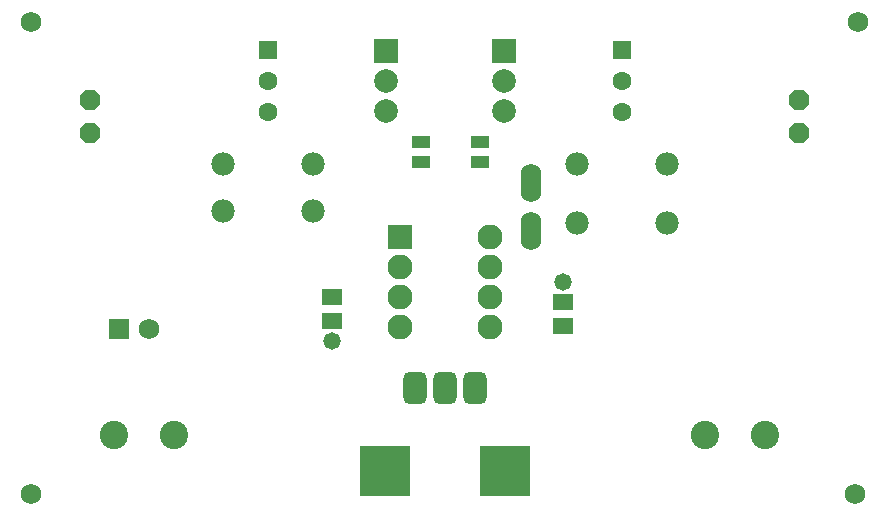
<source format=gts>
G04*
G04 #@! TF.GenerationSoftware,Altium Limited,CircuitMaker,2.2.1 (2.2.1.6)*
G04*
G04 Layer_Color=20142*
%FSLAX44Y44*%
%MOMM*%
G71*
G04*
G04 #@! TF.SameCoordinates,B7FF0B77-2EFF-419A-B724-F2A86093BB65*
G04*
G04*
G04 #@! TF.FilePolarity,Negative*
G04*
G01*
G75*
%ADD19R,1.7532X1.4532*%
%ADD20R,1.5032X1.1032*%
%ADD21O,1.7272X3.2512*%
%ADD22C,1.7272*%
%ADD23P,1.8695X8X292.5*%
%ADD24C,1.9812*%
%ADD25C,2.1082*%
%ADD26R,2.1082X2.1082*%
G04:AMPARAMS|DCode=27|XSize=1.9812mm|YSize=2.7432mm|CornerRadius=0.5461mm|HoleSize=0mm|Usage=FLASHONLY|Rotation=180.000|XOffset=0mm|YOffset=0mm|HoleType=Round|Shape=RoundedRectangle|*
%AMROUNDEDRECTD27*
21,1,1.9812,1.6510,0,0,180.0*
21,1,0.8890,2.7432,0,0,180.0*
1,1,1.0922,-0.4445,0.8255*
1,1,1.0922,0.4445,0.8255*
1,1,1.0922,0.4445,-0.8255*
1,1,1.0922,-0.4445,-0.8255*
%
%ADD27ROUNDEDRECTD27*%
%ADD28R,4.2672X4.2672*%
%ADD29R,1.7272X1.7272*%
%ADD30C,2.4032*%
%ADD31C,2.0032*%
%ADD32R,2.0032X2.0032*%
%ADD33R,1.6032X1.6032*%
%ADD34C,1.6032*%
%ADD35C,1.4732*%
G54D19*
X499750Y192750D02*
D03*
Y213250D02*
D03*
X304250Y217250D02*
D03*
Y196750D02*
D03*
G54D20*
X380000Y331500D02*
D03*
Y348500D02*
D03*
X430000D02*
D03*
Y331500D02*
D03*
G54D21*
X472750Y313820D02*
D03*
Y273180D02*
D03*
G54D22*
Y318900D02*
D03*
Y268100D02*
D03*
X747634Y50460D02*
D03*
X50000Y450000D02*
D03*
X750000D02*
D03*
X150000Y190000D02*
D03*
X50000Y50000D02*
D03*
G54D23*
X100000Y355776D02*
D03*
Y384000D02*
D03*
X700000D02*
D03*
Y355776D02*
D03*
G54D24*
X211899Y330000D02*
D03*
X288099D02*
D03*
X511901Y280000D02*
D03*
X588101D02*
D03*
X588099Y330000D02*
D03*
X511899D02*
D03*
X211901Y290000D02*
D03*
X288101D02*
D03*
G54D25*
X438100Y191900D02*
D03*
Y217300D02*
D03*
Y242700D02*
D03*
Y268100D02*
D03*
X361900Y191900D02*
D03*
Y217300D02*
D03*
Y242700D02*
D03*
G54D26*
Y268100D02*
D03*
G54D27*
X374600Y140000D02*
D03*
X400000D02*
D03*
X425400D02*
D03*
G54D28*
X349200Y70150D02*
D03*
X450800D02*
D03*
G54D29*
X124600Y190000D02*
D03*
G54D30*
X170800Y100000D02*
D03*
X120000D02*
D03*
X670800D02*
D03*
X620000D02*
D03*
G54D31*
X450000Y374600D02*
D03*
Y400000D02*
D03*
X350000Y374600D02*
D03*
Y400000D02*
D03*
G54D32*
X450000Y425400D02*
D03*
X350000D02*
D03*
G54D33*
X550000Y426000D02*
D03*
X250000D02*
D03*
G54D34*
X550000Y374000D02*
D03*
Y400000D02*
D03*
X250000Y374000D02*
D03*
Y400000D02*
D03*
G54D35*
X304500Y180000D02*
D03*
X499750Y229750D02*
D03*
M02*

</source>
